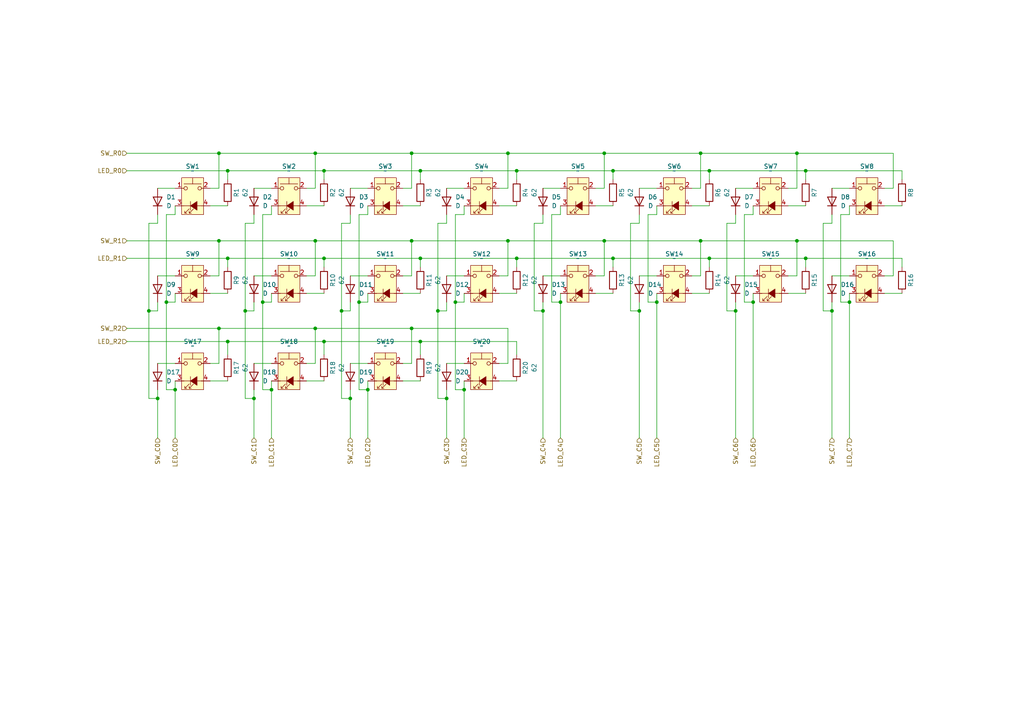
<source format=kicad_sch>
(kicad_sch (version 20231120) (generator "eeschema") (generator_version "8.0")
  (paper "A4")
  (lib_symbols
    (symbol "Console:Cherry_MX"
      (property "Reference" "SW" (at -2.032 6.604 0))
      (symbol "Cherry_MX_0_0"
        (polyline (pts (xy -2.54 -2.54) (xy 2.54 -2.54)))
        (polyline (pts (xy -2.286 -4.699) (xy -1.016 -3.429)))
        (polyline (pts (xy -1.016 -4.699) (xy 0.254 -3.429)))
        (polyline (pts (xy -0.635 -1.27) (xy -0.635 -3.81)))
        (polyline (pts (xy -2.286 -4.064) (xy -2.286 -4.699) (xy -1.651 -4.699)))
        (polyline (pts (xy -1.016 -4.064) (xy -1.016 -4.699) (xy -0.381 -4.699)))
        (polyline (pts (xy -0.635 -2.54) (xy 1.27 -1.27) (xy 1.27 -3.81) (xy -0.635 -2.54)) (fill (type outline)))
      )
      (symbol "Cherry_MX_0_1"
        (circle (center -2.032 2.54) (radius 0.508))
        (polyline (pts (xy 0 3.81) (xy 0 5.588)))
        (polyline (pts (xy 2.54 3.81) (xy -2.54 3.81)))
        (circle (center 2.032 2.54) (radius 0.508))
      )
      (symbol "Cherry_MX_1_1"
        (rectangle (start -3.175 5.588) (end 3.175 -5.08) (fill (type background)))
        (pin passive line (at -5.08 2.54 0) (length 2.54) (name "") (number "1"))
        (pin passive line (at 5.08 2.54 180) (length 2.54) (name "") (number "2"))
        (pin passive line (at -5.08 -2.54 0) (length 2.54) (name "") (number "3"))
        (pin passive line (at 5.08 -2.54 180) (length 2.54) (name "") (number "4"))
      )
    )
    (symbol "Device:D" (pin_numbers hide) (pin_names (offset 1.016) hide)
      (property "Reference" "D" (at 0 2.54 0))
      (property "Value" "D" (at 0 -2.54 0))
      (symbol "D_0_1"
        (polyline (pts (xy -1.27 1.27) (xy -1.27 -1.27)) (stroke (width 0.254)))
        (polyline (pts (xy 1.27 0) (xy -1.27 0)))
        (polyline (pts (xy 1.27 1.27) (xy 1.27 -1.27) (xy -1.27 0) (xy 1.27 1.27)) (stroke (width 0.254)))
      )
      (symbol "D_1_1"
        (pin passive line (at -3.81 0 0) (length 2.54) (name "K") (number "1"))
        (pin passive line (at 3.81 0 180) (length 2.54) (name "A") (number "2"))
      )
    )
    (symbol "Device:R" (pin_numbers hide) (pin_names (offset 0))
      (property "Reference" "R" (at 2.032 0 90))
      (property "Value" "R" (at 0 0 90))
      (symbol "R_0_1"
        (rectangle (start -1.016 -2.54) (end 1.016 2.54) (stroke (width 0.254)))
      )
      (symbol "R_1_1"
        (pin passive line (at 0 3.81 270) (length 1.27) (name "~") (number "1"))
        (pin passive line (at 0 -3.81 90) (length 1.27) (name "~") (number "2"))
      )
    )
  )
  (junction (at 132.08 87.63))
  (junction (at 129.54 115.57))
  (junction (at 48.26 87.63))
  (junction (at 45.72 115.57))
  (junction (at 119.38 44.45))
  (junction (at 66.04 99.06))
  (junction (at 149.86 49.53))
  (junction (at 203.2 44.45))
  (junction (at 93.98 49.53))
  (junction (at 213.36 90.17))
  (junction (at 78.74 113.03))
  (junction (at 233.68 49.53))
  (junction (at 175.26 69.85))
  (junction (at 233.68 74.93))
  (junction (at 121.92 49.53))
  (junction (at 119.38 95.25))
  (junction (at 185.42 90.17))
  (junction (at 162.56 87.63))
  (junction (at 101.6 115.57))
  (junction (at 106.68 113.03))
  (junction (at 66.04 74.93))
  (junction (at 175.26 44.45))
  (junction (at 91.44 44.45))
  (junction (at 190.5 87.63))
  (junction (at 231.14 44.45))
  (junction (at 157.48 90.17))
  (junction (at 91.44 69.85))
  (junction (at 147.32 44.45))
  (junction (at 149.86 74.93))
  (junction (at 93.98 74.93))
  (junction (at 73.66 115.57))
  (junction (at 63.5 95.25))
  (junction (at 43.18 90.17))
  (junction (at 127 90.17))
  (junction (at 63.5 69.85))
  (junction (at 91.44 95.25))
  (junction (at 205.74 74.93))
  (junction (at 66.04 49.53))
  (junction (at 104.14 87.63))
  (junction (at 71.12 90.17))
  (junction (at 93.98 99.06))
  (junction (at 134.62 113.03))
  (junction (at 147.32 69.85))
  (junction (at 205.74 49.53))
  (junction (at 76.2 87.63))
  (junction (at 121.92 74.93))
  (junction (at 231.14 69.85))
  (junction (at 50.8 113.03))
  (junction (at 177.8 74.93))
  (junction (at 63.5 44.45))
  (junction (at 177.8 49.53))
  (junction (at 99.06 90.17))
  (junction (at 241.3 90.17))
  (junction (at 203.2 69.85))
  (junction (at 218.44 87.63))
  (junction (at 121.92 99.06))
  (junction (at 246.38 87.63))
  (junction (at 119.38 69.85))
  (wire (pts (xy 218.44 87.63) (xy 215.9 87.63)))
  (wire (pts (xy 66.04 110.49) (xy 60.96 110.49)))
  (wire (pts (xy 157.48 62.23) (xy 157.48 64.77)))
  (wire (pts (xy 259.08 44.45) (xy 259.08 54.61)))
  (wire (pts (xy 200.66 80.01) (xy 203.2 80.01)))
  (wire (pts (xy 205.74 49.53) (xy 233.68 49.53)))
  (wire (pts (xy 132.08 62.23) (xy 132.08 87.63)))
  (wire (pts (xy 66.04 102.87) (xy 66.04 99.06)))
  (wire (pts (xy 129.54 90.17) (xy 127 90.17)))
  (wire (pts (xy 185.42 90.17) (xy 185.42 127)))
  (wire (pts (xy 63.5 69.85) (xy 91.44 69.85)))
  (wire (pts (xy 177.8 49.53) (xy 205.74 49.53)))
  (wire (pts (xy 121.92 99.06) (xy 149.86 99.06)))
  (wire (pts (xy 233.68 49.53) (xy 261.62 49.53)))
  (wire (pts (xy 43.18 64.77) (xy 43.18 90.17)))
  (wire (pts (xy 50.8 113.03) (xy 50.8 127)))
  (wire (pts (xy 157.48 80.01) (xy 162.56 80.01)))
  (wire (pts (xy 215.9 62.23) (xy 215.9 87.63)))
  (wire (pts (xy 185.42 54.61) (xy 190.5 54.61)))
  (wire (pts (xy 45.72 54.61) (xy 50.8 54.61)))
  (wire (pts (xy 36.83 49.53) (xy 66.04 49.53)))
  (wire (pts (xy 127 115.57) (xy 129.54 115.57)))
  (wire (pts (xy 91.44 105.41) (xy 88.9 105.41)))
  (wire (pts (xy 66.04 77.47) (xy 66.04 74.93)))
  (wire (pts (xy 121.92 77.47) (xy 121.92 74.93)))
  (wire (pts (xy 50.8 87.63) (xy 48.26 87.63)))
  (wire (pts (xy 119.38 69.85) (xy 119.38 80.01)))
  (wire (pts (xy 147.32 54.61) (xy 144.78 54.61)))
  (wire (pts (xy 261.62 85.09) (xy 256.54 85.09)))
  (wire (pts (xy 261.62 59.69) (xy 256.54 59.69)))
  (wire (pts (xy 106.68 59.69) (xy 106.68 62.23)))
  (wire (pts (xy 78.74 59.69) (xy 78.74 62.23)))
  (wire (pts (xy 177.8 85.09) (xy 172.72 85.09)))
  (wire (pts (xy 63.5 80.01) (xy 63.5 69.85)))
  (wire (pts (xy 241.3 64.77) (xy 238.76 64.77)))
  (wire (pts (xy 66.04 59.69) (xy 60.96 59.69)))
  (wire (pts (xy 190.5 87.63) (xy 187.96 87.63)))
  (wire (pts (xy 177.8 49.53) (xy 177.8 52.07)))
  (wire (pts (xy 175.26 69.85) (xy 175.26 80.01)))
  (wire (pts (xy 106.68 87.63) (xy 104.14 87.63)))
  (wire (pts (xy 91.44 54.61) (xy 88.9 54.61)))
  (wire (pts (xy 147.32 105.41) (xy 144.78 105.41)))
  (wire (pts (xy 119.38 69.85) (xy 147.32 69.85)))
  (wire (pts (xy 246.38 87.63) (xy 243.84 87.63)))
  (wire (pts (xy 187.96 62.23) (xy 187.96 87.63)))
  (wire (pts (xy 106.68 113.03) (xy 106.68 127)))
  (wire (pts (xy 213.36 90.17) (xy 213.36 127)))
  (wire (pts (xy 76.2 62.23) (xy 76.2 87.63)))
  (wire (pts (xy 119.38 44.45) (xy 119.38 54.61)))
  (wire (pts (xy 231.14 69.85) (xy 259.08 69.85)))
  (wire (pts (xy 213.36 64.77) (xy 210.82 64.77)))
  (wire (pts (xy 233.68 59.69) (xy 228.6 59.69)))
  (wire (pts (xy 185.42 90.17) (xy 182.88 90.17)))
  (wire (pts (xy 121.92 49.53) (xy 121.92 52.07)))
  (wire (pts (xy 157.48 90.17) (xy 154.94 90.17)))
  (wire (pts (xy 147.32 44.45) (xy 175.26 44.45)))
  (wire (pts (xy 241.3 90.17) (xy 241.3 127)))
  (wire (pts (xy 177.8 74.93) (xy 205.74 74.93)))
  (wire (pts (xy 134.62 87.63) (xy 132.08 87.63)))
  (wire (pts (xy 185.42 62.23) (xy 185.42 64.77)))
  (wire (pts (xy 119.38 95.25) (xy 147.32 95.25)))
  (wire (pts (xy 119.38 54.61) (xy 116.84 54.61)))
  (wire (pts (xy 48.26 62.23) (xy 48.26 87.63)))
  (wire (pts (xy 104.14 87.63) (xy 104.14 113.03)))
  (wire (pts (xy 63.5 95.25) (xy 91.44 95.25)))
  (wire (pts (xy 149.86 59.69) (xy 144.78 59.69)))
  (wire (pts (xy 175.26 80.01) (xy 172.72 80.01)))
  (wire (pts (xy 147.32 69.85) (xy 147.32 80.01)))
  (wire (pts (xy 259.08 69.85) (xy 259.08 80.01)))
  (wire (pts (xy 76.2 87.63) (xy 76.2 113.03)))
  (wire (pts (xy 134.62 62.23) (xy 132.08 62.23)))
  (wire (pts (xy 50.8 113.03) (xy 50.8 110.49)))
  (wire (pts (xy 177.8 77.47) (xy 177.8 74.93)))
  (wire (pts (xy 50.8 59.69) (xy 50.8 62.23)))
  (wire (pts (xy 157.48 87.63) (xy 157.48 90.17)))
  (wire (pts (xy 104.14 113.03) (xy 106.68 113.03)))
  (wire (pts (xy 213.36 54.61) (xy 218.44 54.61)))
  (wire (pts (xy 185.42 87.63) (xy 185.42 90.17)))
  (wire (pts (xy 101.6 62.23) (xy 101.6 64.77)))
  (wire (pts (xy 76.2 113.03) (xy 78.74 113.03)))
  (wire (pts (xy 129.54 64.77) (xy 127 64.77)))
  (wire (pts (xy 93.98 99.06) (xy 121.92 99.06)))
  (wire (pts (xy 203.2 69.85) (xy 231.14 69.85)))
  (wire (pts (xy 213.36 90.17) (xy 210.82 90.17)))
  (wire (pts (xy 162.56 85.09) (xy 162.56 87.63)))
  (wire (pts (xy 73.66 87.63) (xy 73.66 90.17)))
  (wire (pts (xy 73.66 90.17) (xy 71.12 90.17)))
  (wire (pts (xy 241.3 62.23) (xy 241.3 64.77)))
  (wire (pts (xy 73.66 54.61) (xy 78.74 54.61)))
  (wire (pts (xy 205.74 85.09) (xy 200.66 85.09)))
  (wire (pts (xy 238.76 64.77) (xy 238.76 90.17)))
  (wire (pts (xy 78.74 113.03) (xy 78.74 127)))
  (wire (pts (xy 129.54 80.01) (xy 134.62 80.01)))
  (wire (pts (xy 157.48 90.17) (xy 157.48 127)))
  (wire (pts (xy 45.72 80.01) (xy 50.8 80.01)))
  (wire (pts (xy 129.54 115.57) (xy 129.54 113.03)))
  (wire (pts (xy 162.56 87.63) (xy 162.56 127)))
  (wire (pts (xy 73.66 64.77) (xy 71.12 64.77)))
  (wire (pts (xy 121.92 74.93) (xy 149.86 74.93)))
  (wire (pts (xy 246.38 85.09) (xy 246.38 87.63)))
  (wire (pts (xy 241.3 80.01) (xy 246.38 80.01)))
  (wire (pts (xy 45.72 90.17) (xy 43.18 90.17)))
  (wire (pts (xy 91.44 95.25) (xy 119.38 95.25)))
  (wire (pts (xy 218.44 59.69) (xy 218.44 62.23)))
  (wire (pts (xy 231.14 44.45) (xy 259.08 44.45)))
  (wire (pts (xy 149.86 49.53) (xy 177.8 49.53)))
  (wire (pts (xy 203.2 44.45) (xy 203.2 54.61)))
  (wire (pts (xy 43.18 90.17) (xy 43.18 115.57)))
  (wire (pts (xy 241.3 54.61) (xy 246.38 54.61)))
  (wire (pts (xy 129.54 115.57) (xy 129.54 127)))
  (wire (pts (xy 233.68 49.53) (xy 233.68 52.07)))
  (wire (pts (xy 71.12 90.17) (xy 71.12 115.57)))
  (wire (pts (xy 45.72 87.63) (xy 45.72 90.17)))
  (wire (pts (xy 101.6 115.57) (xy 101.6 127)))
  (wire (pts (xy 45.72 64.77) (xy 43.18 64.77)))
  (wire (pts (xy 121.92 85.09) (xy 116.84 85.09)))
  (wire (pts (xy 63.5 105.41) (xy 63.5 95.25)))
  (wire (pts (xy 147.32 44.45) (xy 147.32 54.61)))
  (wire (pts (xy 147.32 95.25) (xy 147.32 105.41)))
  (wire (pts (xy 149.86 49.53) (xy 149.86 52.07)))
  (wire (pts (xy 45.72 115.57) (xy 45.72 127)))
  (wire (pts (xy 93.98 85.09) (xy 88.9 85.09)))
  (wire (pts (xy 205.74 74.93) (xy 233.68 74.93)))
  (wire (pts (xy 147.32 69.85) (xy 175.26 69.85)))
  (wire (pts (xy 162.56 87.63) (xy 160.02 87.63)))
  (wire (pts (xy 91.44 69.85) (xy 91.44 80.01)))
  (wire (pts (xy 50.8 62.23) (xy 48.26 62.23)))
  (wire (pts (xy 119.38 80.01) (xy 116.84 80.01)))
  (wire (pts (xy 36.83 95.25) (xy 63.5 95.25)))
  (wire (pts (xy 175.26 54.61) (xy 172.72 54.61)))
  (wire (pts (xy 78.74 62.23) (xy 76.2 62.23)))
  (wire (pts (xy 132.08 87.63) (xy 132.08 113.03)))
  (wire (pts (xy 246.38 87.63) (xy 246.38 127)))
  (wire (pts (xy 154.94 64.77) (xy 154.94 90.17)))
  (wire (pts (xy 66.04 49.53) (xy 93.98 49.53)))
  (wire (pts (xy 228.6 80.01) (xy 231.14 80.01)))
  (wire (pts (xy 66.04 74.93) (xy 93.98 74.93)))
  (wire (pts (xy 231.14 69.85) (xy 231.14 80.01)))
  (wire (pts (xy 63.5 54.61) (xy 60.96 54.61)))
  (wire (pts (xy 246.38 59.69) (xy 246.38 62.23)))
  (wire (pts (xy 190.5 85.09) (xy 190.5 87.63)))
  (wire (pts (xy 63.5 44.45) (xy 91.44 44.45)))
  (wire (pts (xy 121.92 59.69) (xy 116.84 59.69)))
  (wire (pts (xy 63.5 54.61) (xy 63.5 44.45)))
  (wire (pts (xy 93.98 110.49) (xy 88.9 110.49)))
  (wire (pts (xy 129.54 54.61) (xy 134.62 54.61)))
  (wire (pts (xy 93.98 74.93) (xy 121.92 74.93)))
  (wire (pts (xy 233.68 74.93) (xy 261.62 74.93)))
  (wire (pts (xy 91.44 95.25) (xy 91.44 105.41)))
  (wire (pts (xy 147.32 80.01) (xy 144.78 80.01)))
  (wire (pts (xy 93.98 49.53) (xy 93.98 52.07)))
  (wire (pts (xy 185.42 64.77) (xy 182.88 64.77)))
  (wire (pts (xy 127 90.17) (xy 127 115.57)))
  (wire (pts (xy 162.56 62.23) (xy 160.02 62.23)))
  (wire (pts (xy 129.54 105.41) (xy 134.62 105.41)))
  (wire (pts (xy 36.83 74.93) (xy 66.04 74.93)))
  (wire (pts (xy 71.12 115.57) (xy 73.66 115.57)))
  (wire (pts (xy 246.38 62.23) (xy 243.84 62.23)))
  (wire (pts (xy 175.26 44.45) (xy 175.26 54.61)))
  (wire (pts (xy 185.42 80.01) (xy 190.5 80.01)))
  (wire (pts (xy 93.98 74.93) (xy 93.98 77.47)))
  (wire (pts (xy 241.3 87.63) (xy 241.3 90.17)))
  (wire (pts (xy 213.36 87.63) (xy 213.36 90.17)))
  (wire (pts (xy 91.44 69.85) (xy 119.38 69.85)))
  (wire (pts (xy 231.14 44.45) (xy 231.14 54.61)))
  (wire (pts (xy 66.04 85.09) (xy 60.96 85.09)))
  (wire (pts (xy 93.98 59.69) (xy 88.9 59.69)))
  (wire (pts (xy 261.62 49.53) (xy 261.62 52.07)))
  (wire (pts (xy 259.08 54.61) (xy 256.54 54.61)))
  (wire (pts (xy 101.6 80.01) (xy 106.68 80.01)))
  (wire (pts (xy 182.88 64.77) (xy 182.88 90.17)))
  (wire (pts (xy 66.04 99.06) (xy 93.98 99.06)))
  (wire (pts (xy 45.72 62.23) (xy 45.72 64.77)))
  (wire (pts (xy 73.66 80.01) (xy 78.74 80.01)))
  (wire (pts (xy 45.72 105.41) (xy 50.8 105.41)))
  (wire (pts (xy 175.26 44.45) (xy 203.2 44.45)))
  (wire (pts (xy 106.68 62.23) (xy 104.14 62.23)))
  (wire (pts (xy 93.98 99.06) (xy 93.98 102.87)))
  (wire (pts (xy 218.44 85.09) (xy 218.44 87.63)))
  (wire (pts (xy 99.06 64.77) (xy 99.06 90.17)))
  (wire (pts (xy 129.54 87.63) (xy 129.54 90.17)))
  (wire (pts (xy 231.14 54.61) (xy 228.6 54.61)))
  (wire (pts (xy 50.8 85.09) (xy 50.8 87.63)))
  (wire (pts (xy 241.3 90.17) (xy 238.76 90.17)))
  (wire (pts (xy 203.2 54.61) (xy 200.66 54.61)))
  (wire (pts (xy 149.86 110.49) (xy 144.78 110.49)))
  (wire (pts (xy 205.74 59.69) (xy 200.66 59.69)))
  (wire (pts (xy 134.62 113.03) (xy 134.62 127)))
  (wire (pts (xy 149.86 102.87) (xy 149.86 99.06)))
  (wire (pts (xy 203.2 44.45) (xy 231.14 44.45)))
  (wire (pts (xy 93.98 49.53) (xy 121.92 49.53)))
  (wire (pts (xy 66.04 49.53) (xy 66.04 52.07)))
  (wire (pts (xy 175.26 69.85) (xy 203.2 69.85)))
  (wire (pts (xy 218.44 62.23) (xy 215.9 62.23)))
  (wire (pts (xy 101.6 115.57) (xy 101.6 113.03)))
  (wire (pts (xy 119.38 105.41) (xy 116.84 105.41)))
  (wire (pts (xy 101.6 64.77) (xy 99.06 64.77)))
  (wire (pts (xy 101.6 54.61) (xy 106.68 54.61)))
  (wire (pts (xy 78.74 85.09) (xy 78.74 87.63)))
  (wire (pts (xy 243.84 62.23) (xy 243.84 87.63)))
  (wire (pts (xy 218.44 87.63) (xy 218.44 127)))
  (wire (pts (xy 160.02 62.23) (xy 160.02 87.63)))
  (wire (pts (xy 190.5 62.23) (xy 187.96 62.23)))
  (wire (pts (xy 119.38 95.25) (xy 119.38 105.41)))
  (wire (pts (xy 162.56 59.69) (xy 162.56 62.23)))
  (wire (pts (xy 210.82 64.77) (xy 210.82 90.17)))
  (wire (pts (xy 78.74 87.63) (xy 76.2 87.63)))
  (wire (pts (xy 190.5 87.63) (xy 190.5 127)))
  (wire (pts (xy 101.6 90.17) (xy 99.06 90.17)))
  (wire (pts (xy 36.83 99.06) (xy 66.04 99.06)))
  (wire (pts (xy 233.68 77.47) (xy 233.68 74.93)))
  (wire (pts (xy 104.14 62.23) (xy 104.14 87.63)))
  (wire (pts (xy 45.72 115.57) (xy 45.72 113.03)))
  (wire (pts (xy 36.83 69.85) (xy 63.5 69.85)))
  (wire (pts (xy 134.62 113.03) (xy 134.62 110.49)))
  (wire (pts (xy 213.36 62.23) (xy 213.36 64.77)))
  (wire (pts (xy 73.66 115.57) (xy 73.66 113.03)))
  (wire (pts (xy 205.74 49.53) (xy 205.74 52.07)))
  (wire (pts (xy 119.38 44.45) (xy 147.32 44.45)))
  (wire (pts (xy 71.12 64.77) (xy 71.12 90.17)))
  (wire (pts (xy 157.48 54.61) (xy 162.56 54.61)))
  (wire (pts (xy 261.62 77.47) (xy 261.62 74.93)))
  (wire (pts (xy 203.2 69.85) (xy 203.2 80.01)))
  (wire (pts (xy 121.92 49.53) (xy 149.86 49.53)))
  (wire (pts (xy 48.26 87.63) (xy 48.26 113.03)))
  (wire (pts (xy 149.86 77.47) (xy 149.86 74.93)))
  (wire (pts (xy 91.44 80.01) (xy 88.9 80.01)))
  (wire (pts (xy 91.44 44.45) (xy 119.38 44.45)))
  (wire (pts (xy 177.8 59.69) (xy 172.72 59.69)))
  (wire (pts (xy 129.54 62.23) (xy 129.54 64.77)))
  (wire (pts (xy 132.08 113.03) (xy 134.62 113.03)))
  (wire (pts (xy 121.92 110.49) (xy 116.84 110.49)))
  (wire (pts (xy 190.5 59.69) (xy 190.5 62.23)))
  (wire (pts (xy 256.54 80.01) (xy 259.08 80.01)))
  (wire (pts (xy 91.44 44.45) (xy 91.44 54.61)))
  (wire (pts (xy 213.36 80.01) (xy 218.44 80.01)))
  (wire (pts (xy 149.86 74.93) (xy 177.8 74.93)))
  (wire (pts (xy 205.74 77.47) (xy 205.74 74.93)))
  (wire (pts (xy 106.68 85.09) (xy 106.68 87.63)))
  (wire (pts (xy 48.26 113.03) (xy 50.8 113.03)))
  (wire (pts (xy 101.6 105.41) (xy 106.68 105.41)))
  (wire (pts (xy 149.86 85.09) (xy 144.78 85.09)))
  (wire (pts (xy 43.18 115.57) (xy 45.72 115.57)))
  (wire (pts (xy 78.74 113.03) (xy 78.74 110.49)))
  (wire (pts (xy 233.68 85.09) (xy 228.6 85.09)))
  (wire (pts (xy 63.5 80.01) (xy 60.96 80.01)))
  (wire (pts (xy 157.48 64.77) (xy 154.94 64.77)))
  (wire (pts (xy 99.06 90.17) (xy 99.06 115.57)))
  (wire (pts (xy 36.83 44.45) (xy 63.5 44.45)))
  (wire (pts (xy 134.62 85.09) (xy 134.62 87.63)))
  (wire (pts (xy 127 64.77) (xy 127 90.17)))
  (wire (pts (xy 106.68 113.03) (xy 106.68 110.49)))
  (wire (pts (xy 101.6 87.63) (xy 101.6 90.17)))
  (wire (pts (xy 73.66 62.23) (xy 73.66 64.77)))
  (wire (pts (xy 121.92 102.87) (xy 121.92 99.06)))
  (wire (pts (xy 73.66 105.41) (xy 78.74 105.41)))
  (wire (pts (xy 134.62 59.69) (xy 134.62 62.23)))
  (wire (pts (xy 73.66 115.57) (xy 73.66 127)))
  (wire (pts (xy 63.5 105.41) (xy 60.96 105.41)))
  (wire (pts (xy 99.06 115.57) (xy 101.6 115.57)))
  (hierarchical_label "SW_R2" (shape input) (at 36.83 95.25 180))
  (hierarchical_label "LED_C3" (shape input) (at 134.62 127 270))
  (hierarchical_label "SW_C3" (shape input) (at 129.54 127 270))
  (hierarchical_label "SW_C0" (shape input) (at 45.72 127 270))
  (hierarchical_label "SW_C1" (shape input) (at 73.66 127 270))
  (hierarchical_label "LED_C6" (shape input) (at 218.44 127 270))
  (hierarchical_label "SW_C7" (shape input) (at 241.3 127 270))
  (hierarchical_label "LED_R0" (shape input) (at 36.83 49.53 180))
  (hierarchical_label "LED_C1" (shape input) (at 78.74 127 270))
  (hierarchical_label "LED_C7" (shape input) (at 246.38 127 270))
  (hierarchical_label "LED_C4" (shape input) (at 162.56 127 270))
  (hierarchical_label "SW_R1" (shape input) (at 36.83 69.85 180))
  (hierarchical_label "SW_C4" (shape input) (at 157.48 127 270))
  (hierarchical_label "LED_R2" (shape input) (at 36.83 99.06 180))
  (hierarchical_label "LED_C2" (shape input) (at 106.68 127 270))
  (hierarchical_label "SW_R0" (shape input) (at 36.83 44.45 180))
  (hierarchical_label "LED_C5" (shape input) (at 190.5 127 270))
  (hierarchical_label "SW_C5" (shape input) (at 185.42 127 270))
  (hierarchical_label "LED_C0" (shape input) (at 50.8 127 270))
  (hierarchical_label "SW_C6" (shape input) (at 213.36 127 270))
  (hierarchical_label "SW_C2" (shape input) (at 101.6 127 270))
  (hierarchical_label "LED_R1" (shape input) (at 36.83 74.93 180))
  (symbol (lib_id "Device:R") (at 149.86 81.28 180) (unit 1)
    (property "Reference" "R12" (at 152.4 81.28 90))
    (property "Value" "62" (at 154.94 81.28 90))
    (property "Footprint" "Resistor_SMD:R_0805_2012Metric" (effects (hide yes)))
    (property "Description" "Resistor" (effects (hide yes)))
  )
  (symbol (lib_id "Device:D") (at 129.54 83.82 90) (unit 1)
    (property "Reference" "D12" (at 132.08 82.5499 90) (effects (justify right)))
    (property "Value" "D" (at 132.08 85.0899 90) (effects (justify right)))
    (property "Footprint" "Diode_SMD:D_0805_2012Metric" (effects (hide yes)))
    (property "Description" "Diode" (effects (hide yes)))
    (property "Sim.Device" "D" (effects (hide yes)))
    (property "Sim.Pins" "1=K 2=A" (effects (hide yes)))
  )
  (symbol (lib_id "Device:D") (at 129.54 58.42 90) (unit 1)
    (property "Reference" "D4" (at 132.08 57.1499 90) (effects (justify right)))
    (property "Value" "D" (at 132.08 59.6899 90) (effects (justify right)))
    (property "Footprint" "Diode_SMD:D_0805_2012Metric" (effects (hide yes)))
    (property "Description" "Diode" (effects (hide yes)))
    (property "Sim.Device" "D" (effects (hide yes)))
    (property "Sim.Pins" "1=K 2=A" (effects (hide yes)))
  )
  (symbol (lib_id "Console:Cherry_MX") (at 55.88 57.15 0) (unit 1)
    (property "Reference" "SW1" (at 55.88 48.26 0))
    (property "Value" "~" (at 55.88 49.53 0))
    (property "Footprint" "Console:Cherry MX" (effects (hide yes)))
  )
  (symbol (lib_id "Device:R") (at 233.68 81.28 180) (unit 1)
    (property "Reference" "R15" (at 236.22 81.28 90))
    (property "Value" "62" (effects (hide yes)))
    (property "Footprint" "Resistor_SMD:R_0805_2012Metric" (effects (hide yes)))
    (property "Description" "Resistor" (effects (hide yes)))
  )
  (symbol (lib_id "Console:Cherry_MX") (at 195.58 57.15 0) (unit 1)
    (property "Reference" "SW6" (at 195.58 48.26 0))
    (property "Value" "~" (at 195.58 49.53 0))
    (property "Footprint" "Console:Cherry MX" (effects (hide yes)))
  )
  (symbol (lib_id "Device:D") (at 185.42 83.82 90) (unit 1)
    (property "Reference" "D14" (at 187.96 82.5499 90) (effects (justify right)))
    (property "Value" "D" (at 187.96 85.0899 90) (effects (justify right)))
    (property "Footprint" "Diode_SMD:D_0805_2012Metric" (effects (hide yes)))
    (property "Description" "Diode" (effects (hide yes)))
    (property "Sim.Device" "D" (effects (hide yes)))
    (property "Sim.Pins" "1=K 2=A" (effects (hide yes)))
  )
  (symbol (lib_id "Device:D") (at 213.36 58.42 90) (unit 1)
    (property "Reference" "D7" (at 215.9 57.1499 90) (effects (justify right)))
    (property "Value" "D" (at 215.9 59.6899 90) (effects (justify right)))
    (property "Footprint" "Diode_SMD:D_0805_2012Metric" (effects (hide yes)))
    (property "Description" "Diode" (effects (hide yes)))
    (property "Sim.Device" "D" (effects (hide yes)))
    (property "Sim.Pins" "1=K 2=A" (effects (hide yes)))
  )
  (symbol (lib_id "Device:R") (at 66.04 55.88 180) (unit 1)
    (property "Reference" "R1" (at 68.58 55.88 90))
    (property "Value" "62" (at 71.12 55.88 90))
    (property "Footprint" "Resistor_SMD:R_0805_2012Metric" (effects (hide yes)))
    (property "Description" "Resistor" (effects (hide yes)))
  )
  (symbol (lib_id "Device:D") (at 45.72 109.22 90) (unit 1)
    (property "Reference" "D17" (at 48.26 107.9499 90) (effects (justify right)))
    (property "Value" "D" (at 48.26 110.4899 90) (effects (justify right)))
    (property "Footprint" "Diode_SMD:D_0805_2012Metric" (effects (hide yes)))
    (property "Description" "Diode" (effects (hide yes)))
    (property "Sim.Device" "D" (effects (hide yes)))
    (property "Sim.Pins" "1=K 2=A" (effects (hide yes)))
  )
  (symbol (lib_id "Device:D") (at 73.66 83.82 90) (unit 1)
    (property "Reference" "D10" (at 76.2 82.5499 90) (effects (justify right)))
    (property "Value" "D" (at 76.2 85.0899 90) (effects (justify right)))
    (property "Footprint" "Diode_SMD:D_0805_2012Metric" (effects (hide yes)))
    (property "Description" "Diode" (effects (hide yes)))
    (property "Sim.Device" "D" (effects (hide yes)))
    (property "Sim.Pins" "1=K 2=A" (effects (hide yes)))
  )
  (symbol (lib_id "Device:D") (at 45.72 83.82 90) (unit 1)
    (property "Reference" "D9" (at 48.26 82.5499 90) (effects (justify right)))
    (property "Value" "D" (at 48.26 85.0899 90) (effects (justify right)))
    (property "Footprint" "Diode_SMD:D_0805_2012Metric" (effects (hide yes)))
    (property "Description" "Diode" (effects (hide yes)))
    (property "Sim.Device" "D" (effects (hide yes)))
    (property "Sim.Pins" "1=K 2=A" (effects (hide yes)))
  )
  (symbol (lib_id "Console:Cherry_MX") (at 167.64 82.55 0) (unit 1)
    (property "Reference" "SW13" (at 167.64 73.66 0))
    (property "Value" "~" (at 167.64 74.93 0))
    (property "Footprint" "Console:Cherry MX" (effects (hide yes)))
  )
  (symbol (lib_id "Device:D") (at 157.48 83.82 90) (unit 1)
    (property "Reference" "D13" (at 160.02 82.5499 90) (effects (justify right)))
    (property "Value" "D" (at 160.02 85.0899 90) (effects (justify right)))
    (property "Footprint" "Diode_SMD:D_0805_2012Metric" (effects (hide yes)))
    (property "Description" "Diode" (effects (hide yes)))
    (property "Sim.Device" "D" (effects (hide yes)))
    (property "Sim.Pins" "1=K 2=A" (effects (hide yes)))
  )
  (symbol (lib_id "Console:Cherry_MX") (at 195.58 82.55 0) (unit 1)
    (property "Reference" "SW14" (at 195.58 73.66 0))
    (property "Value" "~" (at 195.58 74.93 0))
    (property "Footprint" "Console:Cherry MX" (effects (hide yes)))
  )
  (symbol (lib_id "Device:R") (at 93.98 81.28 180) (unit 1)
    (property "Reference" "R10" (at 96.52 81.28 90))
    (property "Value" "62" (at 99.06 81.28 90))
    (property "Footprint" "Resistor_SMD:R_0805_2012Metric" (effects (hide yes)))
    (property "Description" "Resistor" (effects (hide yes)))
  )
  (symbol (lib_id "Device:D") (at 241.3 83.82 90) (unit 1)
    (property "Reference" "D16" (at 243.84 82.5499 90) (effects (justify right)))
    (property "Value" "D" (at 243.84 85.0899 90) (effects (justify right)))
    (property "Footprint" "Diode_SMD:D_0805_2012Metric" (effects (hide yes)))
    (property "Description" "Diode" (effects (hide yes)))
    (property "Sim.Device" "D" (effects (hide yes)))
    (property "Sim.Pins" "1=K 2=A" (effects (hide yes)))
  )
  (symbol (lib_id "Device:R") (at 149.86 55.88 180) (unit 1)
    (property "Reference" "R4" (at 152.4 55.88 90))
    (property "Value" "62" (at 154.94 55.88 90))
    (property "Footprint" "Resistor_SMD:R_0805_2012Metric" (effects (hide yes)))
    (property "Description" "Resistor" (effects (hide yes)))
  )
  (symbol (lib_id "Console:Cherry_MX") (at 251.46 57.15 0) (unit 1)
    (property "Reference" "SW8" (at 251.46 48.26 0))
    (property "Value" "~" (at 251.46 49.53 0))
    (property "Footprint" "Console:Cherry MX" (effects (hide yes)))
  )
  (symbol (lib_id "Device:D") (at 45.72 58.42 90) (unit 1)
    (property "Reference" "D1" (at 48.26 57.1499 90) (effects (justify right)))
    (property "Value" "D" (at 48.26 59.6899 90) (effects (justify right)))
    (property "Footprint" "Diode_SMD:D_0805_2012Metric" (effects (hide yes)))
    (property "Description" "Diode" (effects (hide yes)))
    (property "Sim.Device" "D" (effects (hide yes)))
    (property "Sim.Pins" "1=K 2=A" (effects (hide yes)))
  )
  (symbol (lib_id "Device:R") (at 205.74 81.28 180) (unit 1)
    (property "Reference" "R14" (at 208.28 81.28 90))
    (property "Value" "62" (at 210.82 81.28 90))
    (property "Footprint" "Resistor_SMD:R_0805_2012Metric" (effects (hide yes)))
    (property "Description" "Resistor" (effects (hide yes)))
  )
  (symbol (lib_id "Device:D") (at 73.66 58.42 90) (unit 1)
    (property "Reference" "D2" (at 76.2 57.1499 90) (effects (justify right)))
    (property "Value" "D" (at 76.2 59.6899 90) (effects (justify right)))
    (property "Footprint" "Diode_SMD:D_0805_2012Metric" (effects (hide yes)))
    (property "Description" "Diode" (effects (hide yes)))
    (property "Sim.Device" "D" (effects (hide yes)))
    (property "Sim.Pins" "1=K 2=A" (effects (hide yes)))
  )
  (symbol (lib_id "Device:D") (at 73.66 109.22 90) (unit 1)
    (property "Reference" "D18" (at 76.2 107.9499 90) (effects (justify right)))
    (property "Value" "D" (at 76.2 110.4899 90) (effects (justify right)))
    (property "Footprint" "Diode_SMD:D_0805_2012Metric" (effects (hide yes)))
    (property "Description" "Diode" (effects (hide yes)))
    (property "Sim.Device" "D" (effects (hide yes)))
    (property "Sim.Pins" "1=K 2=A" (effects (hide yes)))
  )
  (symbol (lib_id "Console:Cherry_MX") (at 251.46 82.55 0) (unit 1)
    (property "Reference" "SW16" (at 251.46 73.66 0))
    (property "Value" "~" (at 251.46 74.93 0))
    (property "Footprint" "Console:Cherry MX" (effects (hide yes)))
  )
  (symbol (lib_id "Device:R") (at 149.86 106.68 180) (unit 1)
    (property "Reference" "R20" (at 152.4 106.68 90))
    (property "Value" "62" (at 154.94 106.68 90))
    (property "Footprint" "Resistor_SMD:R_0805_2012Metric" (effects (hide yes)))
    (property "Description" "Resistor" (effects (hide yes)))
  )
  (symbol (lib_id "Device:R") (at 121.92 106.68 180) (unit 1)
    (property "Reference" "R19" (at 124.46 106.68 90))
    (property "Value" "62" (at 127 106.68 90))
    (property "Footprint" "Resistor_SMD:R_0805_2012Metric" (effects (hide yes)))
    (property "Description" "Resistor" (effects (hide yes)))
  )
  (symbol (lib_id "Device:R") (at 261.62 55.88 180) (unit 1)
    (property "Reference" "R8" (at 264.16 55.88 90))
    (property "Value" "62" (effects (hide yes)))
    (property "Footprint" "Resistor_SMD:R_0805_2012Metric" (effects (hide yes)))
    (property "Description" "Resistor" (effects (hide yes)))
  )
  (symbol (lib_id "Device:D") (at 241.3 58.42 90) (unit 1)
    (property "Reference" "D8" (at 243.84 57.1499 90) (effects (justify right)))
    (property "Value" "D" (at 243.84 59.6899 90) (effects (justify right)))
    (property "Footprint" "Diode_SMD:D_0805_2012Metric" (effects (hide yes)))
    (property "Description" "Diode" (effects (hide yes)))
    (property "Sim.Device" "D" (effects (hide yes)))
    (property "Sim.Pins" "1=K 2=A" (effects (hide yes)))
  )
  (symbol (lib_id "Device:R") (at 177.8 81.28 180) (unit 1)
    (property "Reference" "R13" (at 180.34 81.28 90))
    (property "Value" "62" (at 182.88 81.28 90))
    (property "Footprint" "Resistor_SMD:R_0805_2012Metric" (effects (hide yes)))
    (property "Description" "Resistor" (effects (hide yes)))
  )
  (symbol (lib_id "Console:Cherry_MX") (at 223.52 57.15 0) (unit 1)
    (property "Reference" "SW7" (at 223.52 48.26 0))
    (property "Value" "~" (at 223.52 49.53 0))
    (property "Footprint" "Console:Cherry MX" (effects (hide yes)))
  )
  (symbol (lib_id "Console:Cherry_MX") (at 111.76 82.55 0) (unit 1)
    (property "Reference" "SW11" (at 111.76 73.66 0))
    (property "Value" "~" (at 111.76 74.93 0))
    (property "Footprint" "Console:Cherry MX" (effects (hide yes)))
  )
  (symbol (lib_id "Console:Cherry_MX") (at 55.88 82.55 0) (unit 1)
    (property "Reference" "SW9" (at 55.88 73.66 0))
    (property "Value" "~" (at 55.88 74.93 0))
    (property "Footprint" "Console:Cherry MX" (effects (hide yes)))
  )
  (symbol (lib_id "Device:R") (at 121.92 55.88 180) (unit 1)
    (property "Reference" "R3" (at 124.46 55.88 90))
    (property "Value" "62" (at 127 55.88 90))
    (property "Footprint" "Resistor_SMD:R_0805_2012Metric" (effects (hide yes)))
    (property "Description" "Resistor" (effects (hide yes)))
  )
  (symbol (lib_id "Console:Cherry_MX") (at 83.82 82.55 0) (unit 1)
    (property "Reference" "SW10" (at 83.82 73.66 0))
    (property "Value" "~" (at 83.82 74.93 0))
    (property "Footprint" "Console:Cherry MX" (effects (hide yes)))
  )
  (symbol (lib_id "Device:R") (at 233.68 55.88 180) (unit 1)
    (property "Reference" "R7" (at 236.22 55.88 90))
    (property "Value" "62" (effects (hide yes)))
    (property "Footprint" "Resistor_SMD:R_0805_2012Metric" (effects (hide yes)))
    (property "Description" "Resistor" (effects (hide yes)))
  )
  (symbol (lib_id "Console:Cherry_MX") (at 55.88 107.95 0) (unit 1)
    (property "Reference" "SW17" (at 55.88 99.06 0))
    (property "Value" "~" (at 55.88 100.33 0))
    (property "Footprint" "Console:Cherry MX" (effects (hide yes)))
  )
  (symbol (lib_id "Device:R") (at 66.04 81.28 180) (unit 1)
    (property "Reference" "R9" (at 68.58 81.28 90))
    (property "Value" "62" (at 71.12 81.28 90))
    (property "Footprint" "Resistor_SMD:R_0805_2012Metric" (effects (hide yes)))
    (property "Description" "Resistor" (effects (hide yes)))
  )
  (symbol (lib_id "Console:Cherry_MX") (at 167.64 57.15 0) (unit 1)
    (property "Reference" "SW5" (at 167.64 48.26 0))
    (property "Value" "~" (at 167.64 49.53 0))
    (property "Footprint" "Console:Cherry MX" (effects (hide yes)))
  )
  (symbol (lib_id "Console:Cherry_MX") (at 83.82 57.15 0) (unit 1)
    (property "Reference" "SW2" (at 83.82 48.26 0))
    (property "Value" "~" (at 83.82 49.53 0))
    (property "Footprint" "Console:Cherry MX" (effects (hide yes)))
  )
  (symbol (lib_id "Device:R") (at 121.92 81.28 180) (unit 1)
    (property "Reference" "R11" (at 124.46 81.28 90))
    (property "Value" "62" (at 127 81.28 90))
    (property "Footprint" "Resistor_SMD:R_0805_2012Metric" (effects (hide yes)))
    (property "Description" "Resistor" (effects (hide yes)))
  )
  (symbol (lib_id "Device:D") (at 129.54 109.22 90) (unit 1)
    (property "Reference" "D20" (at 132.08 107.9499 90) (effects (justify right)))
    (property "Value" "D" (at 132.08 110.4899 90) (effects (justify right)))
    (property "Footprint" "Diode_SMD:D_0805_2012Metric" (effects (hide yes)))
    (property "Description" "Diode" (effects (hide yes)))
    (property "Sim.Device" "D" (effects (hide yes)))
    (property "Sim.Pins" "1=K 2=A" (effects (hide yes)))
  )
  (symbol (lib_id "Device:R") (at 93.98 55.88 180) (unit 1)
    (property "Reference" "R2" (at 96.52 55.88 90))
    (property "Value" "62" (at 99.06 55.88 90))
    (property "Footprint" "Resistor_SMD:R_0805_2012Metric" (effects (hide yes)))
    (property "Description" "Resistor" (effects (hide yes)))
  )
  (symbol (lib_id "Device:R") (at 205.74 55.88 180) (unit 1)
    (property "Reference" "R6" (at 208.28 55.88 90))
    (property "Value" "62" (at 210.82 55.88 90))
    (property "Footprint" "Resistor_SMD:R_0805_2012Metric" (effects (hide yes)))
    (property "Description" "Resistor" (effects (hide yes)))
  )
  (symbol (lib_id "Console:Cherry_MX") (at 111.76 107.95 0) (unit 1)
    (property "Reference" "SW19" (at 111.76 99.06 0))
    (property "Value" "~" (at 111.76 100.33 0))
    (property "Footprint" "Console:Cherry MX" (effects (hide yes)))
  )
  (symbol (lib_id "Device:D") (at 185.42 58.42 90) (unit 1)
    (property "Reference" "D6" (at 187.96 57.1499 90) (effects (justify right)))
    (property "Value" "D" (at 187.96 59.6899 90) (effects (justify right)))
    (property "Footprint" "Diode_SMD:D_0805_2012Metric" (effects (hide yes)))
    (property "Description" "Diode" (effects (hide yes)))
    (property "Sim.Device" "D" (effects (hide yes)))
    (property "Sim.Pins" "1=K 2=A" (effects (hide yes)))
  )
  (symbol (lib_id "Console:Cherry_MX") (at 139.7 107.95 0) (unit 1)
    (property "Reference" "SW20" (at 139.7 99.06 0))
    (property "Value" "~" (at 139.7 100.33 0))
    (property "Footprint" "Console:Cherry MX" (effects (hide yes)))
  )
  (symbol (lib_id "Console:Cherry_MX") (at 223.52 82.55 0) (unit 1)
    (property "Reference" "SW15" (at 223.52 73.66 0))
    (property "Value" "~" (at 223.52 74.93 0))
    (property "Footprint" "Console:Cherry MX" (effects (hide yes)))
  )
  (symbol (lib_id "Device:D") (at 101.6 58.42 90) (unit 1)
    (property "Reference" "D3" (at 104.14 57.1499 90) (effects (justify right)))
    (property "Value" "D" (at 104.14 59.6899 90) (effects (justify right)))
    (property "Footprint" "Diode_SMD:D_0805_2012Metric" (effects (hide yes)))
    (property "Description" "Diode" (effects (hide yes)))
    (property "Sim.Device" "D" (effects (hide yes)))
    (property "Sim.Pins" "1=K 2=A" (effects (hide yes)))
  )
  (symbol (lib_id "Console:Cherry_MX") (at 111.76 57.15 0) (unit 1)
    (property "Reference" "SW3" (at 111.76 48.26 0))
    (property "Value" "~" (at 111.76 49.53 0))
    (property "Footprint" "Console:Cherry MX" (effects (hide yes)))
  )
  (symbol (lib_id "Device:D") (at 157.48 58.42 90) (unit 1)
    (property "Reference" "D5" (at 160.02 57.1499 90) (effects (justify right)))
    (property "Value" "D" (at 160.02 59.6899 90) (effects (justify right)))
    (property "Footprint" "Diode_SMD:D_0805_2012Metric" (effects (hide yes)))
    (property "Description" "Diode" (effects (hide yes)))
    (property "Sim.Device" "D" (effects (hide yes)))
    (property "Sim.Pins" "1=K 2=A" (effects (hide yes)))
  )
  (symbol (lib_id "Console:Cherry_MX") (at 83.82 107.95 0) (unit 1)
    (property "Reference" "SW18" (at 83.82 99.06 0))
    (property "Value" "~" (at 83.82 100.33 0))
    (property "Footprint" "Console:Cherry MX" (effects (hide yes)))
  )
  (symbol (lib_id "Device:D") (at 101.6 83.82 90) (unit 1)
    (property "Reference" "D11" (at 104.14 82.5499 90) (effects (justify right)))
    (property "Value" "D" (at 104.14 85.0899 90) (effects (justify right)))
    (property "Footprint" "Diode_SMD:D_0805_2012Metric" (effects (hide yes)))
    (property "Description" "Diode" (effects (hide yes)))
    (property "Sim.Device" "D" (effects (hide yes)))
    (property "Sim.Pins" "1=K 2=A" (effects (hide yes)))
  )
  (symbol (lib_id "Console:Cherry_MX") (at 139.7 57.15 0) (unit 1)
    (property "Reference" "SW4" (at 139.7 48.26 0))
    (property "Value" "~" (at 139.7 49.53 0))
    (property "Footprint" "Console:Cherry MX" (effects (hide yes)))
  )
  (symbol (lib_id "Device:D") (at 101.6 109.22 90) (unit 1)
    (property "Reference" "D19" (at 104.14 107.9499 90) (effects (justify right)))
    (property "Value" "D" (at 104.14 110.4899 90) (effects (justify right)))
    (property "Footprint" "Diode_SMD:D_0805_2012Metric" (effects (hide yes)))
    (property "Description" "Diode" (effects (hide yes)))
    (property "Sim.Device" "D" (effects (hide yes)))
    (property "Sim.Pins" "1=K 2=A" (effects (hide yes)))
  )
  (symbol (lib_id "Device:D") (at 213.36 83.82 90) (unit 1)
    (property "Reference" "D15" (at 215.9 82.5499 90) (effects (justify right)))
    (property "Value" "D" (at 215.9 85.0899 90) (effects (justify right)))
    (property "Footprint" "Diode_SMD:D_0805_2012Metric" (effects (hide yes)))
    (property "Description" "Diode" (effects (hide yes)))
    (property "Sim.Device" "D" (effects (hide yes)))
    (property "Sim.Pins" "1=K 2=A" (effects (hide yes)))
  )
  (symbol (lib_id "Device:R") (at 261.62 81.28 180) (unit 1)
    (property "Reference" "R16" (at 264.16 81.28 90))
    (property "Value" "62" (effects (hide yes)))
    (property "Footprint" "Resistor_SMD:R_0805_2012Metric" (effects (hide yes)))
    (property "Description" "Resistor" (effects (hide yes)))
  )
  (symbol (lib_id "Device:R") (at 66.04 106.68 180) (unit 1)
    (property "Reference" "R17" (at 68.58 106.68 90))
    (property "Value" "62" (at 71.12 106.68 90))
    (property "Footprint" "Resistor_SMD:R_0805_2012Metric" (effects (hide yes)))
    (property "Description" "Resistor" (effects (hide yes)))
  )
  (symbol (lib_id "Device:R") (at 177.8 55.88 180) (unit 1)
    (property "Reference" "R5" (at 180.34 55.88 90))
    (property "Value" "62" (at 182.88 55.88 90))
    (property "Footprint" "Resistor_SMD:R_0805_2012Metric" (effects (hide yes)))
    (property "Description" "Resistor" (effects (hide yes)))
  )
  (symbol (lib_id "Console:Cherry_MX") (at 139.7 82.55 0) (unit 1)
    (property "Reference" "SW12" (at 139.7 73.66 0))
    (property "Value" "~" (at 139.7 74.93 0))
    (property "Footprint" "Console:Cherry MX" (effects (hide yes)))
  )
  (symbol (lib_id "Device:R") (at 93.98 106.68 180) (unit 1)
    (property "Reference" "R18" (at 96.52 106.68 90))
    (property "Value" "62" (at 99.06 106.68 90))
    (property "Footprint" "Resistor_SMD:R_0805_2012Metric" (effects (hide yes)))
    (property "Description" "Resistor" (effects (hide yes)))
  )
)
</source>
